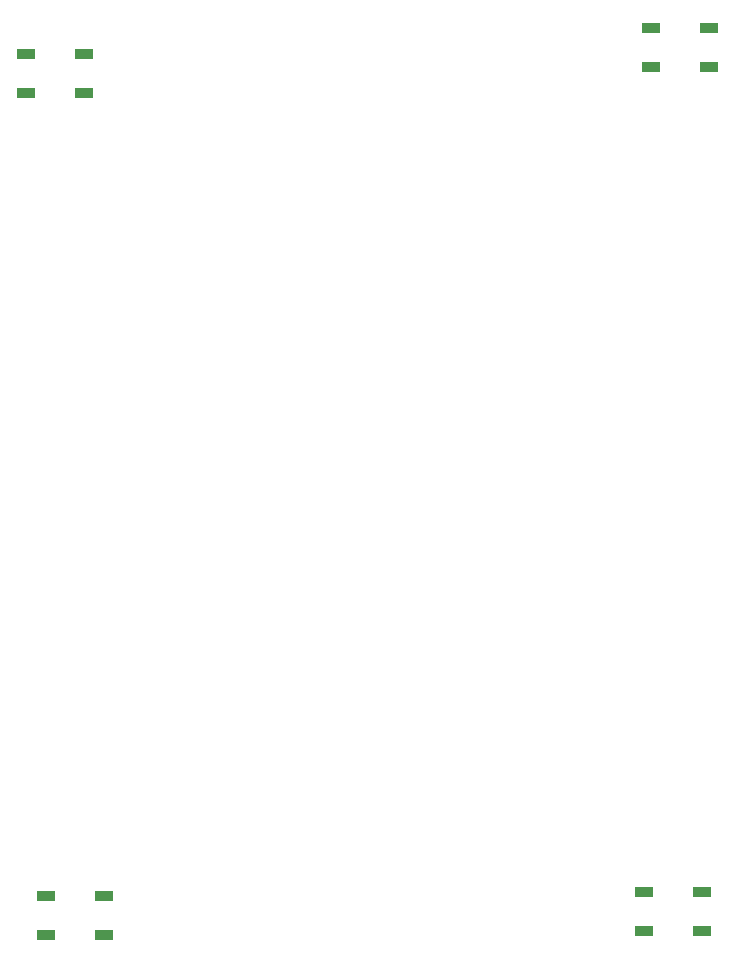
<source format=gbr>
%TF.GenerationSoftware,KiCad,Pcbnew,(6.0.10-0)*%
%TF.CreationDate,2023-01-20T12:34:31+00:00*%
%TF.ProjectId,fauxmac-plus,66617578-6d61-4632-9d70-6c75732e6b69,rev?*%
%TF.SameCoordinates,Original*%
%TF.FileFunction,Paste,Bot*%
%TF.FilePolarity,Positive*%
%FSLAX46Y46*%
G04 Gerber Fmt 4.6, Leading zero omitted, Abs format (unit mm)*
G04 Created by KiCad (PCBNEW (6.0.10-0)) date 2023-01-20 12:34:31*
%MOMM*%
%LPD*%
G01*
G04 APERTURE LIST*
%ADD10R,1.500000X0.900000*%
G04 APERTURE END LIST*
D10*
%TO.C,rgb2*%
X186250000Y-36050000D03*
X186250000Y-32750000D03*
X191150000Y-32750000D03*
X191150000Y-36050000D03*
%TD*%
%TO.C,rgb4*%
X135050000Y-109550000D03*
X135050000Y-106250000D03*
X139950000Y-106250000D03*
X139950000Y-109550000D03*
%TD*%
%TO.C,rgb3*%
X185650000Y-109250000D03*
X185650000Y-105950000D03*
X190550000Y-105950000D03*
X190550000Y-109250000D03*
%TD*%
%TO.C,rgb1*%
X133350000Y-38250000D03*
X133350000Y-34950000D03*
X138250000Y-34950000D03*
X138250000Y-38250000D03*
%TD*%
M02*

</source>
